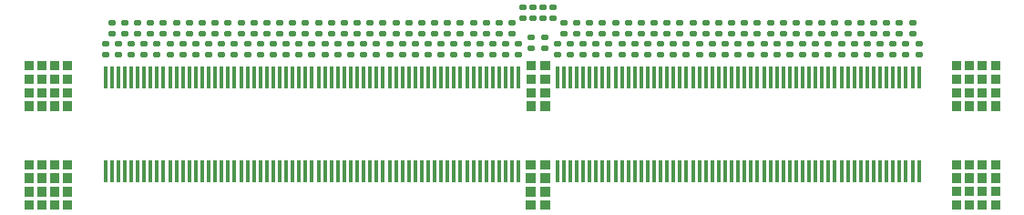
<source format=gbr>
G04 #@! TF.GenerationSoftware,KiCad,Pcbnew,6.0.9-8da3e8f707~117~ubuntu22.04.1*
G04 #@! TF.CreationDate,2023-03-03T14:59:22+01:00*
G04 #@! TF.ProjectId,ModulAdapterBasic,4d6f6475-6c41-4646-9170-746572426173,rev?*
G04 #@! TF.SameCoordinates,Original*
G04 #@! TF.FileFunction,Paste,Top*
G04 #@! TF.FilePolarity,Positive*
%FSLAX46Y46*%
G04 Gerber Fmt 4.6, Leading zero omitted, Abs format (unit mm)*
G04 Created by KiCad (PCBNEW 6.0.9-8da3e8f707~117~ubuntu22.04.1) date 2023-03-03 14:59:22*
%MOMM*%
%LPD*%
G01*
G04 APERTURE LIST*
G04 Aperture macros list*
%AMRoundRect*
0 Rectangle with rounded corners*
0 $1 Rounding radius*
0 $2 $3 $4 $5 $6 $7 $8 $9 X,Y pos of 4 corners*
0 Add a 4 corners polygon primitive as box body*
4,1,4,$2,$3,$4,$5,$6,$7,$8,$9,$2,$3,0*
0 Add four circle primitives for the rounded corners*
1,1,$1+$1,$2,$3*
1,1,$1+$1,$4,$5*
1,1,$1+$1,$6,$7*
1,1,$1+$1,$8,$9*
0 Add four rect primitives between the rounded corners*
20,1,$1+$1,$2,$3,$4,$5,0*
20,1,$1+$1,$4,$5,$6,$7,0*
20,1,$1+$1,$6,$7,$8,$9,0*
20,1,$1+$1,$8,$9,$2,$3,0*%
G04 Aperture macros list end*
%ADD10R,0.350000X2.000000*%
%ADD11RoundRect,0.135000X0.185000X-0.135000X0.185000X0.135000X-0.185000X0.135000X-0.185000X-0.135000X0*%
%ADD12RoundRect,0.135000X-0.185000X0.135000X-0.185000X-0.135000X0.185000X-0.135000X0.185000X0.135000X0*%
G04 APERTURE END LIST*
G36*
X103520000Y-117382200D02*
G01*
X102601000Y-117382200D01*
X102601000Y-116498500D01*
X103520000Y-116498500D01*
X103520000Y-117382200D01*
G37*
G36*
X144140000Y-130320000D02*
G01*
X143291500Y-130320000D01*
X143291500Y-129437000D01*
X144140000Y-129437000D01*
X144140000Y-130320000D01*
G37*
G36*
X57920000Y-119880000D02*
G01*
X57071500Y-119880000D01*
X57071500Y-118997000D01*
X57920000Y-118997000D01*
X57920000Y-119880000D01*
G37*
G36*
X142930000Y-121130000D02*
G01*
X142081500Y-121130000D01*
X142081500Y-120247000D01*
X142930000Y-120247000D01*
X142930000Y-121130000D01*
G37*
G36*
X59120000Y-117380000D02*
G01*
X58271500Y-117380000D01*
X58271500Y-116497000D01*
X59120000Y-116497000D01*
X59120000Y-117380000D01*
G37*
G36*
X145330000Y-121130000D02*
G01*
X144481500Y-121130000D01*
X144481500Y-120247000D01*
X145330000Y-120247000D01*
X145330000Y-121130000D01*
G37*
G36*
X142940000Y-130320000D02*
G01*
X142091500Y-130320000D01*
X142091500Y-129437000D01*
X142940000Y-129437000D01*
X142940000Y-130320000D01*
G37*
G36*
X141740000Y-127820000D02*
G01*
X140891500Y-127820000D01*
X140891500Y-126937000D01*
X141740000Y-126937000D01*
X141740000Y-127820000D01*
G37*
G36*
X145330000Y-119880000D02*
G01*
X144481500Y-119880000D01*
X144481500Y-118997000D01*
X145330000Y-118997000D01*
X145330000Y-119880000D01*
G37*
G36*
X144140000Y-127820000D02*
G01*
X143291500Y-127820000D01*
X143291500Y-126937000D01*
X144140000Y-126937000D01*
X144140000Y-127820000D01*
G37*
G36*
X55520000Y-118630000D02*
G01*
X54671500Y-118630000D01*
X54671500Y-117747000D01*
X55520000Y-117747000D01*
X55520000Y-118630000D01*
G37*
G36*
X102220000Y-118632200D02*
G01*
X101301000Y-118632200D01*
X101301000Y-117748500D01*
X102220000Y-117748500D01*
X102220000Y-118632200D01*
G37*
G36*
X144130000Y-117380000D02*
G01*
X143281500Y-117380000D01*
X143281500Y-116497000D01*
X144130000Y-116497000D01*
X144130000Y-117380000D01*
G37*
G36*
X57920000Y-117380000D02*
G01*
X57071500Y-117380000D01*
X57071500Y-116497000D01*
X57920000Y-116497000D01*
X57920000Y-117380000D01*
G37*
G36*
X145340000Y-130320000D02*
G01*
X144491500Y-130320000D01*
X144491500Y-129437000D01*
X145340000Y-129437000D01*
X145340000Y-130320000D01*
G37*
G36*
X142930000Y-119880000D02*
G01*
X142081500Y-119880000D01*
X142081500Y-118997000D01*
X142930000Y-118997000D01*
X142930000Y-119880000D01*
G37*
G36*
X59120000Y-126580000D02*
G01*
X58271500Y-126580000D01*
X58271500Y-125697000D01*
X59120000Y-125697000D01*
X59120000Y-126580000D01*
G37*
G36*
X144130000Y-119880000D02*
G01*
X143281500Y-119880000D01*
X143281500Y-118997000D01*
X144130000Y-118997000D01*
X144130000Y-119880000D01*
G37*
G36*
X59120000Y-118630000D02*
G01*
X58271500Y-118630000D01*
X58271500Y-117747000D01*
X59120000Y-117747000D01*
X59120000Y-118630000D01*
G37*
G36*
X141740000Y-129070000D02*
G01*
X140891500Y-129070000D01*
X140891500Y-128187000D01*
X141740000Y-128187000D01*
X141740000Y-129070000D01*
G37*
G36*
X102210000Y-130322200D02*
G01*
X101291000Y-130322200D01*
X101291000Y-129438500D01*
X102210000Y-129438500D01*
X102210000Y-130322200D01*
G37*
G36*
X141740000Y-126570000D02*
G01*
X140891500Y-126570000D01*
X140891500Y-125687000D01*
X141740000Y-125687000D01*
X141740000Y-126570000D01*
G37*
G36*
X57920000Y-127830000D02*
G01*
X57071500Y-127830000D01*
X57071500Y-126947000D01*
X57920000Y-126947000D01*
X57920000Y-127830000D01*
G37*
G36*
X142940000Y-127820000D02*
G01*
X142091500Y-127820000D01*
X142091500Y-126937000D01*
X142940000Y-126937000D01*
X142940000Y-127820000D01*
G37*
G36*
X55520000Y-129080000D02*
G01*
X54671500Y-129080000D01*
X54671500Y-128197000D01*
X55520000Y-128197000D01*
X55520000Y-129080000D01*
G37*
G36*
X141740000Y-130320000D02*
G01*
X140891500Y-130320000D01*
X140891500Y-129437000D01*
X141740000Y-129437000D01*
X141740000Y-130320000D01*
G37*
G36*
X56720000Y-127830000D02*
G01*
X55871500Y-127830000D01*
X55871500Y-126947000D01*
X56720000Y-126947000D01*
X56720000Y-127830000D01*
G37*
G36*
X55520000Y-117380000D02*
G01*
X54671500Y-117380000D01*
X54671500Y-116497000D01*
X55520000Y-116497000D01*
X55520000Y-117380000D01*
G37*
G36*
X142930000Y-117380000D02*
G01*
X142081500Y-117380000D01*
X142081500Y-116497000D01*
X142930000Y-116497000D01*
X142930000Y-117380000D01*
G37*
G36*
X57920000Y-129080000D02*
G01*
X57071500Y-129080000D01*
X57071500Y-128197000D01*
X57920000Y-128197000D01*
X57920000Y-129080000D01*
G37*
G36*
X103510000Y-126572200D02*
G01*
X102591000Y-126572200D01*
X102591000Y-125688500D01*
X103510000Y-125688500D01*
X103510000Y-126572200D01*
G37*
G36*
X59120000Y-119880000D02*
G01*
X58271500Y-119880000D01*
X58271500Y-118997000D01*
X59120000Y-118997000D01*
X59120000Y-119880000D01*
G37*
G36*
X103520000Y-118632200D02*
G01*
X102601000Y-118632200D01*
X102601000Y-117748500D01*
X103520000Y-117748500D01*
X103520000Y-118632200D01*
G37*
G36*
X141730000Y-117380000D02*
G01*
X140881500Y-117380000D01*
X140881500Y-116497000D01*
X141730000Y-116497000D01*
X141730000Y-117380000D01*
G37*
G36*
X141730000Y-121130000D02*
G01*
X140881500Y-121130000D01*
X140881500Y-120247000D01*
X141730000Y-120247000D01*
X141730000Y-121130000D01*
G37*
G36*
X144130000Y-121130000D02*
G01*
X143281500Y-121130000D01*
X143281500Y-120247000D01*
X144130000Y-120247000D01*
X144130000Y-121130000D01*
G37*
G36*
X141730000Y-119880000D02*
G01*
X140881500Y-119880000D01*
X140881500Y-118997000D01*
X141730000Y-118997000D01*
X141730000Y-119880000D01*
G37*
G36*
X142940000Y-129070000D02*
G01*
X142091500Y-129070000D01*
X142091500Y-128187000D01*
X142940000Y-128187000D01*
X142940000Y-129070000D01*
G37*
G36*
X102220000Y-117382200D02*
G01*
X101301000Y-117382200D01*
X101301000Y-116498500D01*
X102220000Y-116498500D01*
X102220000Y-117382200D01*
G37*
G36*
X102220000Y-119882200D02*
G01*
X101301000Y-119882200D01*
X101301000Y-118998500D01*
X102220000Y-118998500D01*
X102220000Y-119882200D01*
G37*
G36*
X103510000Y-130322200D02*
G01*
X102591000Y-130322200D01*
X102591000Y-129438500D01*
X103510000Y-129438500D01*
X103510000Y-130322200D01*
G37*
G36*
X56720000Y-129080000D02*
G01*
X55871500Y-129080000D01*
X55871500Y-128197000D01*
X56720000Y-128197000D01*
X56720000Y-129080000D01*
G37*
G36*
X145340000Y-126570000D02*
G01*
X144491500Y-126570000D01*
X144491500Y-125687000D01*
X145340000Y-125687000D01*
X145340000Y-126570000D01*
G37*
G36*
X145340000Y-129070000D02*
G01*
X144491500Y-129070000D01*
X144491500Y-128187000D01*
X145340000Y-128187000D01*
X145340000Y-129070000D01*
G37*
G36*
X141730000Y-118630000D02*
G01*
X140881500Y-118630000D01*
X140881500Y-117747000D01*
X141730000Y-117747000D01*
X141730000Y-118630000D01*
G37*
G36*
X144140000Y-129070000D02*
G01*
X143291500Y-129070000D01*
X143291500Y-128187000D01*
X144140000Y-128187000D01*
X144140000Y-129070000D01*
G37*
G36*
X102220000Y-121132200D02*
G01*
X101301000Y-121132200D01*
X101301000Y-120248500D01*
X102220000Y-120248500D01*
X102220000Y-121132200D01*
G37*
G36*
X57920000Y-118630000D02*
G01*
X57071500Y-118630000D01*
X57071500Y-117747000D01*
X57920000Y-117747000D01*
X57920000Y-118630000D01*
G37*
G36*
X55520000Y-121130000D02*
G01*
X54671500Y-121130000D01*
X54671500Y-120247000D01*
X55520000Y-120247000D01*
X55520000Y-121130000D01*
G37*
G36*
X103510000Y-127822200D02*
G01*
X102591000Y-127822200D01*
X102591000Y-126938500D01*
X103510000Y-126938500D01*
X103510000Y-127822200D01*
G37*
G36*
X102210000Y-127822200D02*
G01*
X101291000Y-127822200D01*
X101291000Y-126938500D01*
X102210000Y-126938500D01*
X102210000Y-127822200D01*
G37*
G36*
X55520000Y-119880000D02*
G01*
X54671500Y-119880000D01*
X54671500Y-118997000D01*
X55520000Y-118997000D01*
X55520000Y-119880000D01*
G37*
G36*
X103520000Y-119882200D02*
G01*
X102601000Y-119882200D01*
X102601000Y-118998500D01*
X103520000Y-118998500D01*
X103520000Y-119882200D01*
G37*
G36*
X57920000Y-130330000D02*
G01*
X57071500Y-130330000D01*
X57071500Y-129447000D01*
X57920000Y-129447000D01*
X57920000Y-130330000D01*
G37*
G36*
X56720000Y-118630000D02*
G01*
X55871500Y-118630000D01*
X55871500Y-117747000D01*
X56720000Y-117747000D01*
X56720000Y-118630000D01*
G37*
G36*
X55520000Y-126580000D02*
G01*
X54671500Y-126580000D01*
X54671500Y-125697000D01*
X55520000Y-125697000D01*
X55520000Y-126580000D01*
G37*
G36*
X55520000Y-130330000D02*
G01*
X54671500Y-130330000D01*
X54671500Y-129447000D01*
X55520000Y-129447000D01*
X55520000Y-130330000D01*
G37*
G36*
X59120000Y-127830000D02*
G01*
X58271500Y-127830000D01*
X58271500Y-126947000D01*
X59120000Y-126947000D01*
X59120000Y-127830000D01*
G37*
G36*
X56720000Y-126580000D02*
G01*
X55871500Y-126580000D01*
X55871500Y-125697000D01*
X56720000Y-125697000D01*
X56720000Y-126580000D01*
G37*
G36*
X102210000Y-129072200D02*
G01*
X101291000Y-129072200D01*
X101291000Y-128188500D01*
X102210000Y-128188500D01*
X102210000Y-129072200D01*
G37*
G36*
X103510000Y-129072200D02*
G01*
X102591000Y-129072200D01*
X102591000Y-128188500D01*
X103510000Y-128188500D01*
X103510000Y-129072200D01*
G37*
G36*
X57920000Y-126580000D02*
G01*
X57071500Y-126580000D01*
X57071500Y-125697000D01*
X57920000Y-125697000D01*
X57920000Y-126580000D01*
G37*
G36*
X59120000Y-130330000D02*
G01*
X58271500Y-130330000D01*
X58271500Y-129447000D01*
X59120000Y-129447000D01*
X59120000Y-130330000D01*
G37*
G36*
X145330000Y-117380000D02*
G01*
X144481500Y-117380000D01*
X144481500Y-116497000D01*
X145330000Y-116497000D01*
X145330000Y-117380000D01*
G37*
G36*
X56720000Y-119880000D02*
G01*
X55871500Y-119880000D01*
X55871500Y-118997000D01*
X56720000Y-118997000D01*
X56720000Y-119880000D01*
G37*
G36*
X144130000Y-118630000D02*
G01*
X143281500Y-118630000D01*
X143281500Y-117747000D01*
X144130000Y-117747000D01*
X144130000Y-118630000D01*
G37*
G36*
X142940000Y-126570000D02*
G01*
X142091500Y-126570000D01*
X142091500Y-125687000D01*
X142940000Y-125687000D01*
X142940000Y-126570000D01*
G37*
G36*
X103520000Y-121132200D02*
G01*
X102601000Y-121132200D01*
X102601000Y-120248500D01*
X103520000Y-120248500D01*
X103520000Y-121132200D01*
G37*
G36*
X55520000Y-127830000D02*
G01*
X54671500Y-127830000D01*
X54671500Y-126947000D01*
X55520000Y-126947000D01*
X55520000Y-127830000D01*
G37*
G36*
X145330000Y-118630000D02*
G01*
X144481500Y-118630000D01*
X144481500Y-117747000D01*
X145330000Y-117747000D01*
X145330000Y-118630000D01*
G37*
G36*
X59120000Y-129080000D02*
G01*
X58271500Y-129080000D01*
X58271500Y-128197000D01*
X59120000Y-128197000D01*
X59120000Y-129080000D01*
G37*
G36*
X102210000Y-126572200D02*
G01*
X101291000Y-126572200D01*
X101291000Y-125688500D01*
X102210000Y-125688500D01*
X102210000Y-126572200D01*
G37*
G36*
X145340000Y-127820000D02*
G01*
X144491500Y-127820000D01*
X144491500Y-126937000D01*
X145340000Y-126937000D01*
X145340000Y-127820000D01*
G37*
G36*
X56720000Y-121130000D02*
G01*
X55871500Y-121130000D01*
X55871500Y-120247000D01*
X56720000Y-120247000D01*
X56720000Y-121130000D01*
G37*
G36*
X59120000Y-121130000D02*
G01*
X58271500Y-121130000D01*
X58271500Y-120247000D01*
X59120000Y-120247000D01*
X59120000Y-121130000D01*
G37*
G36*
X56720000Y-117380000D02*
G01*
X55871500Y-117380000D01*
X55871500Y-116497000D01*
X56720000Y-116497000D01*
X56720000Y-117380000D01*
G37*
G36*
X56720000Y-130330000D02*
G01*
X55871500Y-130330000D01*
X55871500Y-129447000D01*
X56720000Y-129447000D01*
X56720000Y-130330000D01*
G37*
G36*
X57920000Y-121130000D02*
G01*
X57071500Y-121130000D01*
X57071500Y-120247000D01*
X57920000Y-120247000D01*
X57920000Y-121130000D01*
G37*
G36*
X144140000Y-126570000D02*
G01*
X143291500Y-126570000D01*
X143291500Y-125687000D01*
X144140000Y-125687000D01*
X144140000Y-126570000D01*
G37*
G36*
X142930000Y-118630000D02*
G01*
X142081500Y-118630000D01*
X142081500Y-117747000D01*
X142930000Y-117747000D01*
X142930000Y-118630000D01*
G37*
D10*
X62200000Y-126750000D03*
X62800000Y-126750000D03*
X63400000Y-126750000D03*
X64000000Y-126750000D03*
X64600000Y-126750000D03*
X65200000Y-126750000D03*
X65800000Y-126750000D03*
X66400000Y-126750000D03*
X67000000Y-126750000D03*
X67600000Y-126750000D03*
X68200000Y-126750000D03*
X68800000Y-126750000D03*
X69400000Y-126750000D03*
X70000000Y-126750000D03*
X70600000Y-126750000D03*
X71200000Y-126750000D03*
X71800000Y-126750000D03*
X72400000Y-126750000D03*
X73000000Y-126750000D03*
X73600000Y-126750000D03*
X74200000Y-126750000D03*
X74800000Y-126750000D03*
X75400000Y-126750000D03*
X76000000Y-126750000D03*
X76600000Y-126750000D03*
X77200000Y-126750000D03*
X77800000Y-126750000D03*
X78400000Y-126750000D03*
X79000000Y-126750000D03*
X79600000Y-126750000D03*
X80200000Y-126750000D03*
X80800000Y-126750000D03*
X81400000Y-126750000D03*
X82000000Y-126750000D03*
X82600000Y-126750000D03*
X83200000Y-126750000D03*
X83800000Y-126750000D03*
X84400000Y-126750000D03*
X85000000Y-126750000D03*
X85600000Y-126750000D03*
X86200000Y-126750000D03*
X86800000Y-126750000D03*
X87400000Y-126750000D03*
X88000000Y-126750000D03*
X88600000Y-126750000D03*
X89200000Y-126750000D03*
X89800000Y-126750000D03*
X90400000Y-126750000D03*
X91000000Y-126750000D03*
X91600000Y-126750000D03*
X92200000Y-126750000D03*
X92800000Y-126750000D03*
X93400000Y-126750000D03*
X94000000Y-126750000D03*
X94600000Y-126750000D03*
X95200000Y-126750000D03*
X95800000Y-126750000D03*
X96400000Y-126750000D03*
X97000000Y-126750000D03*
X97600000Y-126750000D03*
X98200000Y-126750000D03*
X98800000Y-126750000D03*
X99400000Y-126750000D03*
X100000000Y-126750000D03*
X100600000Y-126750000D03*
X104200000Y-126750000D03*
X104800000Y-126750000D03*
X105400000Y-126750000D03*
X106000000Y-126750000D03*
X106600000Y-126750000D03*
X107200000Y-126750000D03*
X107800000Y-126750000D03*
X108400000Y-126750000D03*
X109000000Y-126750000D03*
X109600000Y-126750000D03*
X110200000Y-126750000D03*
X110800000Y-126750000D03*
X111400000Y-126750000D03*
X112000000Y-126750000D03*
X112600000Y-126750000D03*
X113200000Y-126750000D03*
X113800000Y-126750000D03*
X114400000Y-126750000D03*
X115000000Y-126750000D03*
X115600000Y-126750000D03*
X116200000Y-126750000D03*
X116800000Y-126750000D03*
X117400000Y-126750000D03*
X118000000Y-126750000D03*
X118600000Y-126750000D03*
X119200000Y-126750000D03*
X119800000Y-126750000D03*
X120400000Y-126750000D03*
X121000000Y-126750000D03*
X121600000Y-126750000D03*
X122200000Y-126750000D03*
X122800000Y-126750000D03*
X123400000Y-126750000D03*
X124000000Y-126750000D03*
X124600000Y-126750000D03*
X125200000Y-126750000D03*
X125800000Y-126750000D03*
X126400000Y-126750000D03*
X127000000Y-126750000D03*
X127600000Y-126750000D03*
X128200000Y-126750000D03*
X128800000Y-126750000D03*
X129400000Y-126750000D03*
X130000000Y-126750000D03*
X130600000Y-126750000D03*
X131200000Y-126750000D03*
X131800000Y-126750000D03*
X132400000Y-126750000D03*
X133000000Y-126750000D03*
X133600000Y-126750000D03*
X134200000Y-126750000D03*
X134800000Y-126750000D03*
X135400000Y-126750000D03*
X136000000Y-126750000D03*
X136600000Y-126750000D03*
X137200000Y-126750000D03*
X137800000Y-126750000D03*
X62200000Y-118050000D03*
X62800000Y-118050000D03*
X63400000Y-118050000D03*
X64000000Y-118050000D03*
X64600000Y-118050000D03*
X65200000Y-118050000D03*
X65800000Y-118050000D03*
X66400000Y-118050000D03*
X67000000Y-118050000D03*
X67600000Y-118050000D03*
X68200000Y-118050000D03*
X68800000Y-118050000D03*
X69400000Y-118050000D03*
X70000000Y-118050000D03*
X70600000Y-118050000D03*
X71200000Y-118050000D03*
X71800000Y-118050000D03*
X72400000Y-118050000D03*
X73000000Y-118050000D03*
X73600000Y-118050000D03*
X74200000Y-118050000D03*
X74800000Y-118050000D03*
X75400000Y-118050000D03*
X76000000Y-118050000D03*
X76600000Y-118050000D03*
X77200000Y-118050000D03*
X77800000Y-118050000D03*
X78400000Y-118050000D03*
X79000000Y-118050000D03*
X79600000Y-118050000D03*
X80200000Y-118050000D03*
X80800000Y-118050000D03*
X81400000Y-118050000D03*
X82000000Y-118050000D03*
X82600000Y-118050000D03*
X83200000Y-118050000D03*
X83800000Y-118050000D03*
X84400000Y-118050000D03*
X85000000Y-118050000D03*
X85600000Y-118050000D03*
X86200000Y-118050000D03*
X86800000Y-118050000D03*
X87400000Y-118050000D03*
X88000000Y-118050000D03*
X88600000Y-118050000D03*
X89200000Y-118050000D03*
X89800000Y-118050000D03*
X90400000Y-118050000D03*
X91000000Y-118050000D03*
X91600000Y-118050000D03*
X92200000Y-118050000D03*
X92800000Y-118050000D03*
X93400000Y-118050000D03*
X94000000Y-118050000D03*
X94600000Y-118050000D03*
X95200000Y-118050000D03*
X95800000Y-118050000D03*
X96400000Y-118050000D03*
X97000000Y-118050000D03*
X97600000Y-118050000D03*
X98200000Y-118050000D03*
X98800000Y-118050000D03*
X99400000Y-118050000D03*
X100000000Y-118050000D03*
X100600000Y-118050000D03*
X104200000Y-118050000D03*
X104800000Y-118050000D03*
X105400000Y-118050000D03*
X106000000Y-118050000D03*
X106600000Y-118050000D03*
X107200000Y-118050000D03*
X107800000Y-118050000D03*
X108400000Y-118050000D03*
X109000000Y-118050000D03*
X109600000Y-118050000D03*
X110200000Y-118050000D03*
X110800000Y-118050000D03*
X111400000Y-118050000D03*
X112000000Y-118050000D03*
X112600000Y-118050000D03*
X113200000Y-118050000D03*
X113800000Y-118050000D03*
X114400000Y-118050000D03*
X115000000Y-118050000D03*
X115600000Y-118050000D03*
X116200000Y-118050000D03*
X116800000Y-118050000D03*
X117400000Y-118050000D03*
X118000000Y-118050000D03*
X118600000Y-118050000D03*
X119200000Y-118050000D03*
X119800000Y-118050000D03*
X120400000Y-118050000D03*
X121000000Y-118050000D03*
X121600000Y-118050000D03*
X122200000Y-118050000D03*
X122800000Y-118050000D03*
X123400000Y-118050000D03*
X124000000Y-118050000D03*
X124600000Y-118050000D03*
X125200000Y-118050000D03*
X125800000Y-118050000D03*
X126400000Y-118050000D03*
X127000000Y-118050000D03*
X127600000Y-118050000D03*
X128200000Y-118050000D03*
X128800000Y-118050000D03*
X129400000Y-118050000D03*
X130000000Y-118050000D03*
X130600000Y-118050000D03*
X131200000Y-118050000D03*
X131800000Y-118050000D03*
X132400000Y-118050000D03*
X133000000Y-118050000D03*
X133600000Y-118050000D03*
X134200000Y-118050000D03*
X134800000Y-118050000D03*
X135400000Y-118050000D03*
X136000000Y-118050000D03*
X136600000Y-118050000D03*
X137200000Y-118050000D03*
X137800000Y-118050000D03*
D11*
X89200000Y-113960000D03*
X89200000Y-112940000D03*
X97000000Y-115910000D03*
X97000000Y-114890000D03*
X98800000Y-113960000D03*
X98800000Y-112940000D03*
X82000000Y-113960000D03*
X82000000Y-112940000D03*
X107800000Y-115910000D03*
X107800000Y-114890000D03*
X115600000Y-113960000D03*
X115600000Y-112940000D03*
X125200000Y-113960000D03*
X125200000Y-112940000D03*
X64000000Y-113960000D03*
X64000000Y-112940000D03*
X131200000Y-113960000D03*
X131200000Y-112940000D03*
X84400000Y-113960000D03*
X84400000Y-112940000D03*
X105400000Y-115910000D03*
X105400000Y-114890000D03*
X89800000Y-115910000D03*
X89800000Y-114890000D03*
X82600000Y-115910000D03*
X82600000Y-114890000D03*
X116800000Y-113960000D03*
X116800000Y-112940000D03*
X114400000Y-113960000D03*
X114400000Y-112940000D03*
X83200000Y-113960000D03*
X83200000Y-112940000D03*
X67000000Y-115910000D03*
X67000000Y-114890000D03*
X113200000Y-113960000D03*
X113200000Y-112940000D03*
X134800000Y-113960000D03*
X134800000Y-112940000D03*
X77200000Y-113960000D03*
X77200000Y-112940000D03*
X91000000Y-115910000D03*
X91000000Y-114890000D03*
X95800000Y-115910000D03*
X95800000Y-114890000D03*
X135400000Y-115910000D03*
X135400000Y-114890000D03*
X76600000Y-115910000D03*
X76600000Y-114890000D03*
X72400000Y-113960000D03*
X72400000Y-112940000D03*
X98200000Y-115910000D03*
X98200000Y-114890000D03*
X86800000Y-113960000D03*
X86800000Y-112940000D03*
X67600000Y-113960000D03*
X67600000Y-112940000D03*
X91600000Y-113960000D03*
X91600000Y-112940000D03*
X121600000Y-113960000D03*
X121600000Y-112940000D03*
X126400000Y-113960000D03*
X126400000Y-112940000D03*
X66400000Y-113960000D03*
X66400000Y-112940000D03*
X71200000Y-113960000D03*
X71200000Y-112940000D03*
X99400000Y-115910000D03*
X99400000Y-114890000D03*
X112600000Y-115910000D03*
X112600000Y-114890000D03*
X134200000Y-115910000D03*
X134200000Y-114890000D03*
X76000000Y-113960000D03*
X76000000Y-112940000D03*
X113800000Y-115910000D03*
X113800000Y-114890000D03*
X94000000Y-113960000D03*
X94000000Y-112940000D03*
X125800000Y-115910000D03*
X125800000Y-114890000D03*
X87400000Y-115910000D03*
X87400000Y-114890000D03*
X117400000Y-115910000D03*
X117400000Y-114890000D03*
X132400000Y-113960000D03*
X132400000Y-112940000D03*
X70600000Y-115910000D03*
X70600000Y-114890000D03*
X122200000Y-115910000D03*
X122200000Y-114890000D03*
X81400000Y-115910000D03*
X81400000Y-114890000D03*
X74200000Y-115910000D03*
X74200000Y-114890000D03*
X94600000Y-115910000D03*
X94600000Y-114890000D03*
X127000000Y-115910000D03*
X127000000Y-114890000D03*
X77800000Y-115910000D03*
X77800000Y-114890000D03*
X97600000Y-113960000D03*
X97600000Y-112940000D03*
D12*
X103825000Y-111525000D03*
X103825000Y-112545000D03*
D11*
X130600000Y-115910000D03*
X130600000Y-114890000D03*
X73000000Y-115910000D03*
X73000000Y-114890000D03*
X95200000Y-113960000D03*
X95200000Y-112940000D03*
X79600000Y-113960000D03*
X79600000Y-112940000D03*
X85000000Y-115910000D03*
X85000000Y-114890000D03*
X62800000Y-113960000D03*
X62800000Y-112940000D03*
X69400000Y-115910000D03*
X69400000Y-114890000D03*
X124000000Y-113960000D03*
X124000000Y-112940000D03*
X63400000Y-115910000D03*
X63400000Y-114890000D03*
X74800000Y-113960000D03*
X74800000Y-112940000D03*
X73600000Y-113960000D03*
X73600000Y-112940000D03*
X136600000Y-115910000D03*
X136600000Y-114890000D03*
X106000000Y-113960000D03*
X106000000Y-112940000D03*
X80800000Y-113960000D03*
X80800000Y-112940000D03*
X118000000Y-113960000D03*
X118000000Y-112940000D03*
X128200000Y-115910000D03*
X128200000Y-114890000D03*
X71800000Y-115910000D03*
X71800000Y-114890000D03*
X118600000Y-115910000D03*
X118600000Y-114890000D03*
X120400000Y-113960000D03*
X120400000Y-112940000D03*
X75400000Y-115910000D03*
X75400000Y-114890000D03*
D12*
X103000000Y-114290000D03*
X103000000Y-115310000D03*
D11*
X92200000Y-115910000D03*
X92200000Y-114890000D03*
X65800000Y-115910000D03*
X65800000Y-114890000D03*
X88000000Y-113960000D03*
X88000000Y-112940000D03*
X85600000Y-113960000D03*
X85600000Y-112940000D03*
X119200000Y-113960000D03*
X119200000Y-112940000D03*
X127600000Y-113960000D03*
X127600000Y-112940000D03*
X90400000Y-113960000D03*
X90400000Y-112940000D03*
D12*
X101800000Y-114290000D03*
X101800000Y-115310000D03*
D11*
X86200000Y-115910000D03*
X86200000Y-114890000D03*
X110200000Y-115910000D03*
X110200000Y-114890000D03*
X100000000Y-113960000D03*
X100000000Y-112940000D03*
X106600000Y-115910000D03*
X106600000Y-114890000D03*
X108400000Y-113960000D03*
X108400000Y-112940000D03*
X96400000Y-113960000D03*
X96400000Y-112940000D03*
X64600000Y-115910000D03*
X64600000Y-114890000D03*
X115000000Y-115910000D03*
X115000000Y-114890000D03*
X136000000Y-113960000D03*
X136000000Y-112940000D03*
X79000000Y-115910000D03*
X79000000Y-114890000D03*
X110800000Y-113960000D03*
X110800000Y-112940000D03*
X109600000Y-113960000D03*
X109600000Y-112940000D03*
X88600000Y-115910000D03*
X88600000Y-114890000D03*
X131800000Y-115910000D03*
X131800000Y-114890000D03*
X100600000Y-115910000D03*
X100600000Y-114890000D03*
X70000000Y-113960000D03*
X70000000Y-112940000D03*
X137200000Y-113960000D03*
X137200000Y-112940000D03*
X122800000Y-113960000D03*
X122800000Y-112940000D03*
X68800000Y-113960000D03*
X68800000Y-112940000D03*
X111400000Y-115910000D03*
X111400000Y-114890000D03*
X80200000Y-115910000D03*
X80200000Y-114890000D03*
D12*
X101925000Y-111525000D03*
X101925000Y-112545000D03*
D11*
X68200000Y-115910000D03*
X68200000Y-114890000D03*
X128800000Y-113960000D03*
X128800000Y-112940000D03*
X137800000Y-115910000D03*
X137800000Y-114890000D03*
X121000000Y-115910000D03*
X121000000Y-114890000D03*
X116200000Y-115910000D03*
X116200000Y-114890000D03*
X104200000Y-115910000D03*
X104200000Y-114890000D03*
X119800000Y-115910000D03*
X119800000Y-114890000D03*
X93400000Y-115910000D03*
X93400000Y-114890000D03*
X109000000Y-115910000D03*
X109000000Y-114890000D03*
X107200000Y-113960000D03*
X107200000Y-112940000D03*
X130000000Y-113960000D03*
X130000000Y-112940000D03*
X129400000Y-115910000D03*
X129400000Y-114890000D03*
X104800000Y-113960000D03*
X104800000Y-112940000D03*
X78400000Y-113960000D03*
X78400000Y-112940000D03*
D12*
X102875000Y-111525000D03*
X102875000Y-112545000D03*
D11*
X133600000Y-113960000D03*
X133600000Y-112940000D03*
X92800000Y-113960000D03*
X92800000Y-112940000D03*
X83800000Y-115910000D03*
X83800000Y-114890000D03*
D12*
X100975000Y-111525000D03*
X100975000Y-112545000D03*
D11*
X123400000Y-115910000D03*
X123400000Y-114890000D03*
X112000000Y-113960000D03*
X112000000Y-112940000D03*
X62200000Y-115910000D03*
X62200000Y-114890000D03*
X133000000Y-115910000D03*
X133000000Y-114890000D03*
X65200000Y-113960000D03*
X65200000Y-112940000D03*
X124600000Y-115910000D03*
X124600000Y-114890000D03*
M02*

</source>
